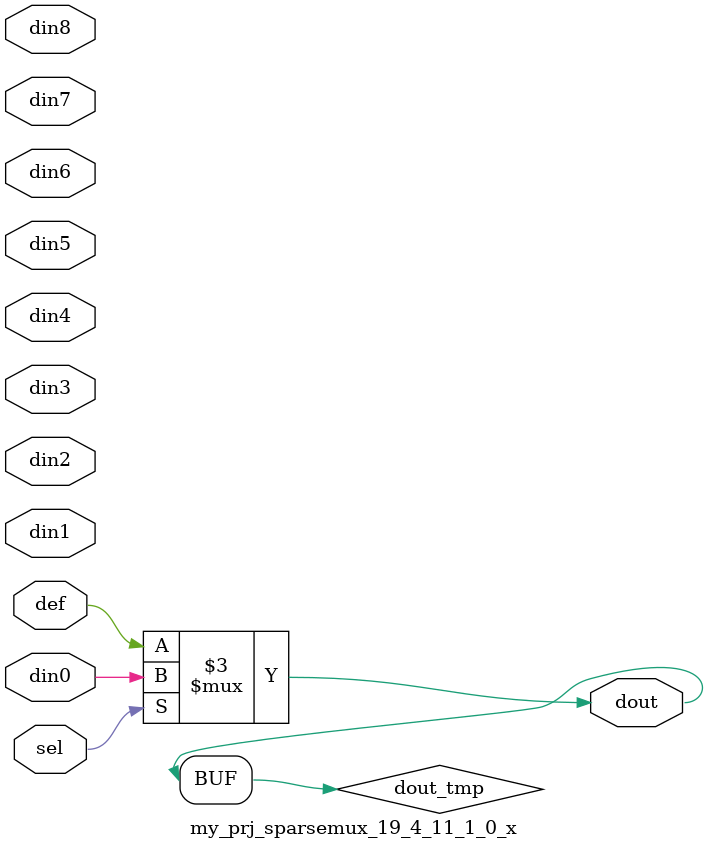
<source format=v>
`timescale 1ns / 1ps

module my_prj_sparsemux_19_4_11_1_0_x (din0,din1,din2,din3,din4,din5,din6,din7,din8,def,sel,dout);

parameter din0_WIDTH = 1;

parameter din1_WIDTH = 1;

parameter din2_WIDTH = 1;

parameter din3_WIDTH = 1;

parameter din4_WIDTH = 1;

parameter din5_WIDTH = 1;

parameter din6_WIDTH = 1;

parameter din7_WIDTH = 1;

parameter din8_WIDTH = 1;

parameter def_WIDTH = 1;
parameter sel_WIDTH = 1;
parameter dout_WIDTH = 1;

parameter [sel_WIDTH-1:0] CASE0 = 1;

parameter [sel_WIDTH-1:0] CASE1 = 1;

parameter [sel_WIDTH-1:0] CASE2 = 1;

parameter [sel_WIDTH-1:0] CASE3 = 1;

parameter [sel_WIDTH-1:0] CASE4 = 1;

parameter [sel_WIDTH-1:0] CASE5 = 1;

parameter [sel_WIDTH-1:0] CASE6 = 1;

parameter [sel_WIDTH-1:0] CASE7 = 1;

parameter [sel_WIDTH-1:0] CASE8 = 1;

parameter ID = 1;
parameter NUM_STAGE = 1;



input [din0_WIDTH-1:0] din0;

input [din1_WIDTH-1:0] din1;

input [din2_WIDTH-1:0] din2;

input [din3_WIDTH-1:0] din3;

input [din4_WIDTH-1:0] din4;

input [din5_WIDTH-1:0] din5;

input [din6_WIDTH-1:0] din6;

input [din7_WIDTH-1:0] din7;

input [din8_WIDTH-1:0] din8;

input [def_WIDTH-1:0] def;
input [sel_WIDTH-1:0] sel;

output [dout_WIDTH-1:0] dout;



reg [dout_WIDTH-1:0] dout_tmp;

always @ (*) begin
case (sel)
    
    CASE0 : dout_tmp = din0;
    
    CASE1 : dout_tmp = din1;
    
    CASE2 : dout_tmp = din2;
    
    CASE3 : dout_tmp = din3;
    
    CASE4 : dout_tmp = din4;
    
    CASE5 : dout_tmp = din5;
    
    CASE6 : dout_tmp = din6;
    
    CASE7 : dout_tmp = din7;
    
    CASE8 : dout_tmp = din8;
    
    default : dout_tmp = def;
endcase
end


assign dout = dout_tmp;



endmodule

</source>
